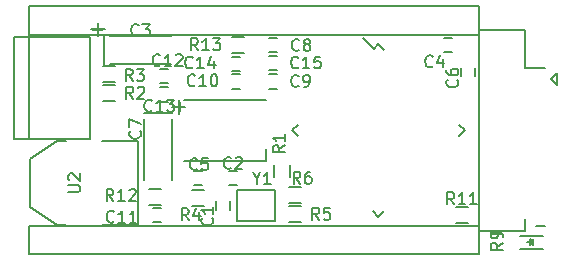
<source format=gbr>
G04 #@! TF.FileFunction,Legend,Top*
%FSLAX46Y46*%
G04 Gerber Fmt 4.6, Leading zero omitted, Abs format (unit mm)*
G04 Created by KiCad (PCBNEW 4.0.4+dfsg1-stable) date Sat Jan 21 21:23:35 2017*
%MOMM*%
%LPD*%
G01*
G04 APERTURE LIST*
%ADD10C,0.100000*%
%ADD11C,0.150000*%
G04 APERTURE END LIST*
D10*
D11*
X92969048Y-68571429D02*
X93730953Y-68571429D01*
X89100000Y-69275000D02*
X90100000Y-69275000D01*
X90100000Y-70625000D02*
X89100000Y-70625000D01*
X93500000Y-69400000D02*
X91600000Y-69400000D01*
X93500000Y-70500000D02*
X91600000Y-70500000D01*
X92600000Y-69950000D02*
X92150000Y-69950000D01*
X92650000Y-70200000D02*
X92650000Y-69700000D01*
X92650000Y-69950000D02*
X92400000Y-70200000D01*
X92400000Y-70200000D02*
X92400000Y-69700000D01*
X92400000Y-69700000D02*
X92650000Y-69950000D01*
X71000000Y-55400000D02*
X70300000Y-55400000D01*
X70300000Y-54200000D02*
X71000000Y-54200000D01*
X65850000Y-67200000D02*
X65850000Y-66500000D01*
X67050000Y-66500000D02*
X67050000Y-67200000D01*
X67650000Y-65100000D02*
X66950000Y-65100000D01*
X66950000Y-63900000D02*
X67650000Y-63900000D01*
X56849040Y-54898880D02*
X62050960Y-54898880D01*
X62050960Y-52501120D02*
X56849040Y-52501120D01*
X55850820Y-51401300D02*
X55850820Y-52501120D01*
X55251380Y-51901680D02*
X56450260Y-51901680D01*
X56353740Y-52501120D02*
X56353740Y-54898880D01*
X85850000Y-53900000D02*
X85150000Y-53900000D01*
X85150000Y-52700000D02*
X85850000Y-52700000D01*
X64650000Y-65100000D02*
X63950000Y-65100000D01*
X63950000Y-63900000D02*
X64650000Y-63900000D01*
X87750000Y-55200000D02*
X87750000Y-55900000D01*
X86550000Y-55900000D02*
X86550000Y-55200000D01*
X59751120Y-59499040D02*
X59751120Y-64700960D01*
X62148880Y-64700960D02*
X62148880Y-59499040D01*
X63248700Y-58500820D02*
X62148880Y-58500820D01*
X62748320Y-57901380D02*
X62748320Y-59100260D01*
X62148880Y-59003740D02*
X59751120Y-59003740D01*
X70300000Y-52700000D02*
X71000000Y-52700000D01*
X71000000Y-53900000D02*
X70300000Y-53900000D01*
X71000000Y-56950000D02*
X70300000Y-56950000D01*
X70300000Y-55750000D02*
X71000000Y-55750000D01*
X67200000Y-55750000D02*
X67900000Y-55750000D01*
X67900000Y-56950000D02*
X67200000Y-56950000D01*
X61200000Y-68250000D02*
X60500000Y-68250000D01*
X60500000Y-67050000D02*
X61200000Y-67050000D01*
X61100000Y-55300000D02*
X61800000Y-55300000D01*
X61800000Y-56500000D02*
X61100000Y-56500000D01*
X61800000Y-58050000D02*
X61100000Y-58050000D01*
X61100000Y-56850000D02*
X61800000Y-56850000D01*
X67900000Y-55450000D02*
X67200000Y-55450000D01*
X67200000Y-54250000D02*
X67900000Y-54250000D01*
X48782540Y-52549100D02*
X48782540Y-61249100D01*
X55187540Y-52549100D02*
X55187540Y-61249100D01*
X55187540Y-61249100D02*
X48782540Y-61249100D01*
X50012540Y-61249100D02*
X50012540Y-52549100D01*
X48782540Y-52549100D02*
X55187540Y-52549100D01*
X63100000Y-57900000D02*
X70100000Y-57900000D01*
X63100000Y-63100000D02*
X70100000Y-63100000D01*
X70100000Y-63100000D02*
X70100000Y-62100000D01*
X93700000Y-55225000D02*
X92000000Y-55225000D01*
X92000000Y-55225000D02*
X92000000Y-52025000D01*
X92000000Y-52025000D02*
X88100000Y-52025000D01*
X88100000Y-52025000D02*
X88100000Y-68975000D01*
X88100000Y-68975000D02*
X92000000Y-68975000D01*
X92000000Y-68975000D02*
X92000000Y-67975000D01*
X94200000Y-56125000D02*
X94700000Y-55625000D01*
X94700000Y-55625000D02*
X94700000Y-56625000D01*
X94700000Y-56625000D02*
X94200000Y-56125000D01*
X88100000Y-52400000D02*
X88100000Y-50000000D01*
X88100000Y-52400000D02*
X65300000Y-52400000D01*
X65300000Y-50000000D02*
X88100000Y-50000000D01*
X50000000Y-50000000D02*
X50000000Y-51300000D01*
X65300000Y-52400000D02*
X54300000Y-52400000D01*
X50000000Y-51200000D02*
X50000000Y-52400000D01*
X50000000Y-52400000D02*
X54500000Y-52400000D01*
X65300000Y-50000000D02*
X50000000Y-50000000D01*
X50000000Y-68550000D02*
X50000000Y-70950000D01*
X50000000Y-68550000D02*
X72800000Y-68550000D01*
X72800000Y-70950000D02*
X50000000Y-70950000D01*
X88100000Y-70950000D02*
X88100000Y-69650000D01*
X72800000Y-68550000D02*
X83800000Y-68550000D01*
X88100000Y-69750000D02*
X88100000Y-68550000D01*
X88100000Y-68550000D02*
X83600000Y-68550000D01*
X72800000Y-70950000D02*
X88100000Y-70950000D01*
X70725000Y-64400000D02*
X70725000Y-63400000D01*
X72075000Y-63400000D02*
X72075000Y-64400000D01*
X56300000Y-56675000D02*
X57300000Y-56675000D01*
X57300000Y-58025000D02*
X56300000Y-58025000D01*
X56300000Y-55075000D02*
X57300000Y-55075000D01*
X57300000Y-56425000D02*
X56300000Y-56425000D01*
X63800000Y-65525000D02*
X64800000Y-65525000D01*
X64800000Y-66875000D02*
X63800000Y-66875000D01*
X73050000Y-68275000D02*
X72050000Y-68275000D01*
X72050000Y-66925000D02*
X73050000Y-66925000D01*
X73050000Y-66675000D02*
X72050000Y-66675000D01*
X72050000Y-65325000D02*
X73050000Y-65325000D01*
X87200000Y-68325000D02*
X86200000Y-68325000D01*
X86200000Y-66975000D02*
X87200000Y-66975000D01*
X60200000Y-65425000D02*
X61200000Y-65425000D01*
X61200000Y-66775000D02*
X60200000Y-66775000D01*
X68200000Y-53975000D02*
X67200000Y-53975000D01*
X67200000Y-52625000D02*
X68200000Y-52625000D01*
X79600000Y-53181445D02*
X79193414Y-53588031D01*
X86918555Y-60500000D02*
X86441258Y-60977297D01*
X79600000Y-67818555D02*
X80077297Y-67341258D01*
X72281445Y-60500000D02*
X72758742Y-60022703D01*
X79600000Y-53181445D02*
X80077297Y-53658742D01*
X72281445Y-60500000D02*
X72758742Y-60977297D01*
X79600000Y-67818555D02*
X79122703Y-67341258D01*
X86918555Y-60500000D02*
X86441258Y-60022703D01*
X79193414Y-53588031D02*
X78291852Y-52686470D01*
X56174000Y-68506000D02*
X59222000Y-68506000D01*
X59222000Y-68506000D02*
X59222000Y-61394000D01*
X59222000Y-61394000D02*
X56174000Y-61394000D01*
X53126000Y-68506000D02*
X52364000Y-68506000D01*
X52364000Y-68506000D02*
X50078000Y-66982000D01*
X50078000Y-66982000D02*
X50078000Y-62918000D01*
X50078000Y-62918000D02*
X52364000Y-61394000D01*
X52364000Y-61394000D02*
X53126000Y-61394000D01*
X67600000Y-65550000D02*
X70800000Y-65550000D01*
X70800000Y-65550000D02*
X70800000Y-68150000D01*
X70800000Y-68150000D02*
X67600000Y-68150000D01*
X67600000Y-68150000D02*
X67600000Y-65550000D01*
X90102381Y-70016666D02*
X89626190Y-70350000D01*
X90102381Y-70588095D02*
X89102381Y-70588095D01*
X89102381Y-70207142D01*
X89150000Y-70111904D01*
X89197619Y-70064285D01*
X89292857Y-70016666D01*
X89435714Y-70016666D01*
X89530952Y-70064285D01*
X89578571Y-70111904D01*
X89626190Y-70207142D01*
X89626190Y-70588095D01*
X90102381Y-69540476D02*
X90102381Y-69350000D01*
X90054762Y-69254761D01*
X90007143Y-69207142D01*
X89864286Y-69111904D01*
X89673810Y-69064285D01*
X89292857Y-69064285D01*
X89197619Y-69111904D01*
X89150000Y-69159523D01*
X89102381Y-69254761D01*
X89102381Y-69445238D01*
X89150000Y-69540476D01*
X89197619Y-69588095D01*
X89292857Y-69635714D01*
X89530952Y-69635714D01*
X89626190Y-69588095D01*
X89673810Y-69540476D01*
X89721429Y-69445238D01*
X89721429Y-69254761D01*
X89673810Y-69159523D01*
X89626190Y-69111904D01*
X89530952Y-69064285D01*
X72807143Y-55157143D02*
X72759524Y-55204762D01*
X72616667Y-55252381D01*
X72521429Y-55252381D01*
X72378571Y-55204762D01*
X72283333Y-55109524D01*
X72235714Y-55014286D01*
X72188095Y-54823810D01*
X72188095Y-54680952D01*
X72235714Y-54490476D01*
X72283333Y-54395238D01*
X72378571Y-54300000D01*
X72521429Y-54252381D01*
X72616667Y-54252381D01*
X72759524Y-54300000D01*
X72807143Y-54347619D01*
X73759524Y-55252381D02*
X73188095Y-55252381D01*
X73473809Y-55252381D02*
X73473809Y-54252381D01*
X73378571Y-54395238D01*
X73283333Y-54490476D01*
X73188095Y-54538095D01*
X74664286Y-54252381D02*
X74188095Y-54252381D01*
X74140476Y-54728571D01*
X74188095Y-54680952D01*
X74283333Y-54633333D01*
X74521429Y-54633333D01*
X74616667Y-54680952D01*
X74664286Y-54728571D01*
X74711905Y-54823810D01*
X74711905Y-55061905D01*
X74664286Y-55157143D01*
X74616667Y-55204762D01*
X74521429Y-55252381D01*
X74283333Y-55252381D01*
X74188095Y-55204762D01*
X74140476Y-55157143D01*
X65507143Y-67916666D02*
X65554762Y-67964285D01*
X65602381Y-68107142D01*
X65602381Y-68202380D01*
X65554762Y-68345238D01*
X65459524Y-68440476D01*
X65364286Y-68488095D01*
X65173810Y-68535714D01*
X65030952Y-68535714D01*
X64840476Y-68488095D01*
X64745238Y-68440476D01*
X64650000Y-68345238D01*
X64602381Y-68202380D01*
X64602381Y-68107142D01*
X64650000Y-67964285D01*
X64697619Y-67916666D01*
X65602381Y-66964285D02*
X65602381Y-67535714D01*
X65602381Y-67250000D02*
X64602381Y-67250000D01*
X64745238Y-67345238D01*
X64840476Y-67440476D01*
X64888095Y-67535714D01*
X67133334Y-63657143D02*
X67085715Y-63704762D01*
X66942858Y-63752381D01*
X66847620Y-63752381D01*
X66704762Y-63704762D01*
X66609524Y-63609524D01*
X66561905Y-63514286D01*
X66514286Y-63323810D01*
X66514286Y-63180952D01*
X66561905Y-62990476D01*
X66609524Y-62895238D01*
X66704762Y-62800000D01*
X66847620Y-62752381D01*
X66942858Y-62752381D01*
X67085715Y-62800000D01*
X67133334Y-62847619D01*
X67514286Y-62847619D02*
X67561905Y-62800000D01*
X67657143Y-62752381D01*
X67895239Y-62752381D01*
X67990477Y-62800000D01*
X68038096Y-62847619D01*
X68085715Y-62942857D01*
X68085715Y-63038095D01*
X68038096Y-63180952D01*
X67466667Y-63752381D01*
X68085715Y-63752381D01*
X59283334Y-52407143D02*
X59235715Y-52454762D01*
X59092858Y-52502381D01*
X58997620Y-52502381D01*
X58854762Y-52454762D01*
X58759524Y-52359524D01*
X58711905Y-52264286D01*
X58664286Y-52073810D01*
X58664286Y-51930952D01*
X58711905Y-51740476D01*
X58759524Y-51645238D01*
X58854762Y-51550000D01*
X58997620Y-51502381D01*
X59092858Y-51502381D01*
X59235715Y-51550000D01*
X59283334Y-51597619D01*
X59616667Y-51502381D02*
X60235715Y-51502381D01*
X59902381Y-51883333D01*
X60045239Y-51883333D01*
X60140477Y-51930952D01*
X60188096Y-51978571D01*
X60235715Y-52073810D01*
X60235715Y-52311905D01*
X60188096Y-52407143D01*
X60140477Y-52454762D01*
X60045239Y-52502381D01*
X59759524Y-52502381D01*
X59664286Y-52454762D01*
X59616667Y-52407143D01*
X55469048Y-51971429D02*
X56230953Y-51971429D01*
X55850001Y-52352381D02*
X55850001Y-51590476D01*
X84183334Y-55057143D02*
X84135715Y-55104762D01*
X83992858Y-55152381D01*
X83897620Y-55152381D01*
X83754762Y-55104762D01*
X83659524Y-55009524D01*
X83611905Y-54914286D01*
X83564286Y-54723810D01*
X83564286Y-54580952D01*
X83611905Y-54390476D01*
X83659524Y-54295238D01*
X83754762Y-54200000D01*
X83897620Y-54152381D01*
X83992858Y-54152381D01*
X84135715Y-54200000D01*
X84183334Y-54247619D01*
X85040477Y-54485714D02*
X85040477Y-55152381D01*
X84802381Y-54104762D02*
X84564286Y-54819048D01*
X85183334Y-54819048D01*
X64233334Y-63757143D02*
X64185715Y-63804762D01*
X64042858Y-63852381D01*
X63947620Y-63852381D01*
X63804762Y-63804762D01*
X63709524Y-63709524D01*
X63661905Y-63614286D01*
X63614286Y-63423810D01*
X63614286Y-63280952D01*
X63661905Y-63090476D01*
X63709524Y-62995238D01*
X63804762Y-62900000D01*
X63947620Y-62852381D01*
X64042858Y-62852381D01*
X64185715Y-62900000D01*
X64233334Y-62947619D01*
X65138096Y-62852381D02*
X64661905Y-62852381D01*
X64614286Y-63328571D01*
X64661905Y-63280952D01*
X64757143Y-63233333D01*
X64995239Y-63233333D01*
X65090477Y-63280952D01*
X65138096Y-63328571D01*
X65185715Y-63423810D01*
X65185715Y-63661905D01*
X65138096Y-63757143D01*
X65090477Y-63804762D01*
X64995239Y-63852381D01*
X64757143Y-63852381D01*
X64661905Y-63804762D01*
X64614286Y-63757143D01*
X86257143Y-56216666D02*
X86304762Y-56264285D01*
X86352381Y-56407142D01*
X86352381Y-56502380D01*
X86304762Y-56645238D01*
X86209524Y-56740476D01*
X86114286Y-56788095D01*
X85923810Y-56835714D01*
X85780952Y-56835714D01*
X85590476Y-56788095D01*
X85495238Y-56740476D01*
X85400000Y-56645238D01*
X85352381Y-56502380D01*
X85352381Y-56407142D01*
X85400000Y-56264285D01*
X85447619Y-56216666D01*
X85352381Y-55359523D02*
X85352381Y-55550000D01*
X85400000Y-55645238D01*
X85447619Y-55692857D01*
X85590476Y-55788095D01*
X85780952Y-55835714D01*
X86161905Y-55835714D01*
X86257143Y-55788095D01*
X86304762Y-55740476D01*
X86352381Y-55645238D01*
X86352381Y-55454761D01*
X86304762Y-55359523D01*
X86257143Y-55311904D01*
X86161905Y-55264285D01*
X85923810Y-55264285D01*
X85828571Y-55311904D01*
X85780952Y-55359523D01*
X85733333Y-55454761D01*
X85733333Y-55645238D01*
X85780952Y-55740476D01*
X85828571Y-55788095D01*
X85923810Y-55835714D01*
X59407143Y-60566666D02*
X59454762Y-60614285D01*
X59502381Y-60757142D01*
X59502381Y-60852380D01*
X59454762Y-60995238D01*
X59359524Y-61090476D01*
X59264286Y-61138095D01*
X59073810Y-61185714D01*
X58930952Y-61185714D01*
X58740476Y-61138095D01*
X58645238Y-61090476D01*
X58550000Y-60995238D01*
X58502381Y-60852380D01*
X58502381Y-60757142D01*
X58550000Y-60614285D01*
X58597619Y-60566666D01*
X58502381Y-60233333D02*
X58502381Y-59566666D01*
X59502381Y-59995238D01*
X62822289Y-58881772D02*
X62822289Y-58119867D01*
X63203241Y-58500819D02*
X62441336Y-58500819D01*
X72883334Y-53657143D02*
X72835715Y-53704762D01*
X72692858Y-53752381D01*
X72597620Y-53752381D01*
X72454762Y-53704762D01*
X72359524Y-53609524D01*
X72311905Y-53514286D01*
X72264286Y-53323810D01*
X72264286Y-53180952D01*
X72311905Y-52990476D01*
X72359524Y-52895238D01*
X72454762Y-52800000D01*
X72597620Y-52752381D01*
X72692858Y-52752381D01*
X72835715Y-52800000D01*
X72883334Y-52847619D01*
X73454762Y-53180952D02*
X73359524Y-53133333D01*
X73311905Y-53085714D01*
X73264286Y-52990476D01*
X73264286Y-52942857D01*
X73311905Y-52847619D01*
X73359524Y-52800000D01*
X73454762Y-52752381D01*
X73645239Y-52752381D01*
X73740477Y-52800000D01*
X73788096Y-52847619D01*
X73835715Y-52942857D01*
X73835715Y-52990476D01*
X73788096Y-53085714D01*
X73740477Y-53133333D01*
X73645239Y-53180952D01*
X73454762Y-53180952D01*
X73359524Y-53228571D01*
X73311905Y-53276190D01*
X73264286Y-53371429D01*
X73264286Y-53561905D01*
X73311905Y-53657143D01*
X73359524Y-53704762D01*
X73454762Y-53752381D01*
X73645239Y-53752381D01*
X73740477Y-53704762D01*
X73788096Y-53657143D01*
X73835715Y-53561905D01*
X73835715Y-53371429D01*
X73788096Y-53276190D01*
X73740477Y-53228571D01*
X73645239Y-53180952D01*
X72833334Y-56707143D02*
X72785715Y-56754762D01*
X72642858Y-56802381D01*
X72547620Y-56802381D01*
X72404762Y-56754762D01*
X72309524Y-56659524D01*
X72261905Y-56564286D01*
X72214286Y-56373810D01*
X72214286Y-56230952D01*
X72261905Y-56040476D01*
X72309524Y-55945238D01*
X72404762Y-55850000D01*
X72547620Y-55802381D01*
X72642858Y-55802381D01*
X72785715Y-55850000D01*
X72833334Y-55897619D01*
X73309524Y-56802381D02*
X73500000Y-56802381D01*
X73595239Y-56754762D01*
X73642858Y-56707143D01*
X73738096Y-56564286D01*
X73785715Y-56373810D01*
X73785715Y-55992857D01*
X73738096Y-55897619D01*
X73690477Y-55850000D01*
X73595239Y-55802381D01*
X73404762Y-55802381D01*
X73309524Y-55850000D01*
X73261905Y-55897619D01*
X73214286Y-55992857D01*
X73214286Y-56230952D01*
X73261905Y-56326190D01*
X73309524Y-56373810D01*
X73404762Y-56421429D01*
X73595239Y-56421429D01*
X73690477Y-56373810D01*
X73738096Y-56326190D01*
X73785715Y-56230952D01*
X64057143Y-56657143D02*
X64009524Y-56704762D01*
X63866667Y-56752381D01*
X63771429Y-56752381D01*
X63628571Y-56704762D01*
X63533333Y-56609524D01*
X63485714Y-56514286D01*
X63438095Y-56323810D01*
X63438095Y-56180952D01*
X63485714Y-55990476D01*
X63533333Y-55895238D01*
X63628571Y-55800000D01*
X63771429Y-55752381D01*
X63866667Y-55752381D01*
X64009524Y-55800000D01*
X64057143Y-55847619D01*
X65009524Y-56752381D02*
X64438095Y-56752381D01*
X64723809Y-56752381D02*
X64723809Y-55752381D01*
X64628571Y-55895238D01*
X64533333Y-55990476D01*
X64438095Y-56038095D01*
X65628571Y-55752381D02*
X65723810Y-55752381D01*
X65819048Y-55800000D01*
X65866667Y-55847619D01*
X65914286Y-55942857D01*
X65961905Y-56133333D01*
X65961905Y-56371429D01*
X65914286Y-56561905D01*
X65866667Y-56657143D01*
X65819048Y-56704762D01*
X65723810Y-56752381D01*
X65628571Y-56752381D01*
X65533333Y-56704762D01*
X65485714Y-56657143D01*
X65438095Y-56561905D01*
X65390476Y-56371429D01*
X65390476Y-56133333D01*
X65438095Y-55942857D01*
X65485714Y-55847619D01*
X65533333Y-55800000D01*
X65628571Y-55752381D01*
X57207143Y-68207143D02*
X57159524Y-68254762D01*
X57016667Y-68302381D01*
X56921429Y-68302381D01*
X56778571Y-68254762D01*
X56683333Y-68159524D01*
X56635714Y-68064286D01*
X56588095Y-67873810D01*
X56588095Y-67730952D01*
X56635714Y-67540476D01*
X56683333Y-67445238D01*
X56778571Y-67350000D01*
X56921429Y-67302381D01*
X57016667Y-67302381D01*
X57159524Y-67350000D01*
X57207143Y-67397619D01*
X58159524Y-68302381D02*
X57588095Y-68302381D01*
X57873809Y-68302381D02*
X57873809Y-67302381D01*
X57778571Y-67445238D01*
X57683333Y-67540476D01*
X57588095Y-67588095D01*
X59111905Y-68302381D02*
X58540476Y-68302381D01*
X58826190Y-68302381D02*
X58826190Y-67302381D01*
X58730952Y-67445238D01*
X58635714Y-67540476D01*
X58540476Y-67588095D01*
X61107143Y-54957143D02*
X61059524Y-55004762D01*
X60916667Y-55052381D01*
X60821429Y-55052381D01*
X60678571Y-55004762D01*
X60583333Y-54909524D01*
X60535714Y-54814286D01*
X60488095Y-54623810D01*
X60488095Y-54480952D01*
X60535714Y-54290476D01*
X60583333Y-54195238D01*
X60678571Y-54100000D01*
X60821429Y-54052381D01*
X60916667Y-54052381D01*
X61059524Y-54100000D01*
X61107143Y-54147619D01*
X62059524Y-55052381D02*
X61488095Y-55052381D01*
X61773809Y-55052381D02*
X61773809Y-54052381D01*
X61678571Y-54195238D01*
X61583333Y-54290476D01*
X61488095Y-54338095D01*
X62440476Y-54147619D02*
X62488095Y-54100000D01*
X62583333Y-54052381D01*
X62821429Y-54052381D01*
X62916667Y-54100000D01*
X62964286Y-54147619D01*
X63011905Y-54242857D01*
X63011905Y-54338095D01*
X62964286Y-54480952D01*
X62392857Y-55052381D01*
X63011905Y-55052381D01*
X60407143Y-58807143D02*
X60359524Y-58854762D01*
X60216667Y-58902381D01*
X60121429Y-58902381D01*
X59978571Y-58854762D01*
X59883333Y-58759524D01*
X59835714Y-58664286D01*
X59788095Y-58473810D01*
X59788095Y-58330952D01*
X59835714Y-58140476D01*
X59883333Y-58045238D01*
X59978571Y-57950000D01*
X60121429Y-57902381D01*
X60216667Y-57902381D01*
X60359524Y-57950000D01*
X60407143Y-57997619D01*
X61359524Y-58902381D02*
X60788095Y-58902381D01*
X61073809Y-58902381D02*
X61073809Y-57902381D01*
X60978571Y-58045238D01*
X60883333Y-58140476D01*
X60788095Y-58188095D01*
X61692857Y-57902381D02*
X62311905Y-57902381D01*
X61978571Y-58283333D01*
X62121429Y-58283333D01*
X62216667Y-58330952D01*
X62264286Y-58378571D01*
X62311905Y-58473810D01*
X62311905Y-58711905D01*
X62264286Y-58807143D01*
X62216667Y-58854762D01*
X62121429Y-58902381D01*
X61835714Y-58902381D01*
X61740476Y-58854762D01*
X61692857Y-58807143D01*
X63857143Y-55157143D02*
X63809524Y-55204762D01*
X63666667Y-55252381D01*
X63571429Y-55252381D01*
X63428571Y-55204762D01*
X63333333Y-55109524D01*
X63285714Y-55014286D01*
X63238095Y-54823810D01*
X63238095Y-54680952D01*
X63285714Y-54490476D01*
X63333333Y-54395238D01*
X63428571Y-54300000D01*
X63571429Y-54252381D01*
X63666667Y-54252381D01*
X63809524Y-54300000D01*
X63857143Y-54347619D01*
X64809524Y-55252381D02*
X64238095Y-55252381D01*
X64523809Y-55252381D02*
X64523809Y-54252381D01*
X64428571Y-54395238D01*
X64333333Y-54490476D01*
X64238095Y-54538095D01*
X65666667Y-54585714D02*
X65666667Y-55252381D01*
X65428571Y-54204762D02*
X65190476Y-54919048D01*
X65809524Y-54919048D01*
X71652381Y-61766666D02*
X71176190Y-62100000D01*
X71652381Y-62338095D02*
X70652381Y-62338095D01*
X70652381Y-61957142D01*
X70700000Y-61861904D01*
X70747619Y-61814285D01*
X70842857Y-61766666D01*
X70985714Y-61766666D01*
X71080952Y-61814285D01*
X71128571Y-61861904D01*
X71176190Y-61957142D01*
X71176190Y-62338095D01*
X71652381Y-60814285D02*
X71652381Y-61385714D01*
X71652381Y-61100000D02*
X70652381Y-61100000D01*
X70795238Y-61195238D01*
X70890476Y-61290476D01*
X70938095Y-61385714D01*
X58833334Y-57802381D02*
X58500000Y-57326190D01*
X58261905Y-57802381D02*
X58261905Y-56802381D01*
X58642858Y-56802381D01*
X58738096Y-56850000D01*
X58785715Y-56897619D01*
X58833334Y-56992857D01*
X58833334Y-57135714D01*
X58785715Y-57230952D01*
X58738096Y-57278571D01*
X58642858Y-57326190D01*
X58261905Y-57326190D01*
X59214286Y-56897619D02*
X59261905Y-56850000D01*
X59357143Y-56802381D01*
X59595239Y-56802381D01*
X59690477Y-56850000D01*
X59738096Y-56897619D01*
X59785715Y-56992857D01*
X59785715Y-57088095D01*
X59738096Y-57230952D01*
X59166667Y-57802381D01*
X59785715Y-57802381D01*
X58783334Y-56302381D02*
X58450000Y-55826190D01*
X58211905Y-56302381D02*
X58211905Y-55302381D01*
X58592858Y-55302381D01*
X58688096Y-55350000D01*
X58735715Y-55397619D01*
X58783334Y-55492857D01*
X58783334Y-55635714D01*
X58735715Y-55730952D01*
X58688096Y-55778571D01*
X58592858Y-55826190D01*
X58211905Y-55826190D01*
X59116667Y-55302381D02*
X59735715Y-55302381D01*
X59402381Y-55683333D01*
X59545239Y-55683333D01*
X59640477Y-55730952D01*
X59688096Y-55778571D01*
X59735715Y-55873810D01*
X59735715Y-56111905D01*
X59688096Y-56207143D01*
X59640477Y-56254762D01*
X59545239Y-56302381D01*
X59259524Y-56302381D01*
X59164286Y-56254762D01*
X59116667Y-56207143D01*
X63533334Y-68102381D02*
X63200000Y-67626190D01*
X62961905Y-68102381D02*
X62961905Y-67102381D01*
X63342858Y-67102381D01*
X63438096Y-67150000D01*
X63485715Y-67197619D01*
X63533334Y-67292857D01*
X63533334Y-67435714D01*
X63485715Y-67530952D01*
X63438096Y-67578571D01*
X63342858Y-67626190D01*
X62961905Y-67626190D01*
X64390477Y-67435714D02*
X64390477Y-68102381D01*
X64152381Y-67054762D02*
X63914286Y-67769048D01*
X64533334Y-67769048D01*
X74583334Y-68052381D02*
X74250000Y-67576190D01*
X74011905Y-68052381D02*
X74011905Y-67052381D01*
X74392858Y-67052381D01*
X74488096Y-67100000D01*
X74535715Y-67147619D01*
X74583334Y-67242857D01*
X74583334Y-67385714D01*
X74535715Y-67480952D01*
X74488096Y-67528571D01*
X74392858Y-67576190D01*
X74011905Y-67576190D01*
X75488096Y-67052381D02*
X75011905Y-67052381D01*
X74964286Y-67528571D01*
X75011905Y-67480952D01*
X75107143Y-67433333D01*
X75345239Y-67433333D01*
X75440477Y-67480952D01*
X75488096Y-67528571D01*
X75535715Y-67623810D01*
X75535715Y-67861905D01*
X75488096Y-67957143D01*
X75440477Y-68004762D01*
X75345239Y-68052381D01*
X75107143Y-68052381D01*
X75011905Y-68004762D01*
X74964286Y-67957143D01*
X72983334Y-65002381D02*
X72650000Y-64526190D01*
X72411905Y-65002381D02*
X72411905Y-64002381D01*
X72792858Y-64002381D01*
X72888096Y-64050000D01*
X72935715Y-64097619D01*
X72983334Y-64192857D01*
X72983334Y-64335714D01*
X72935715Y-64430952D01*
X72888096Y-64478571D01*
X72792858Y-64526190D01*
X72411905Y-64526190D01*
X73840477Y-64002381D02*
X73650000Y-64002381D01*
X73554762Y-64050000D01*
X73507143Y-64097619D01*
X73411905Y-64240476D01*
X73364286Y-64430952D01*
X73364286Y-64811905D01*
X73411905Y-64907143D01*
X73459524Y-64954762D01*
X73554762Y-65002381D01*
X73745239Y-65002381D01*
X73840477Y-64954762D01*
X73888096Y-64907143D01*
X73935715Y-64811905D01*
X73935715Y-64573810D01*
X73888096Y-64478571D01*
X73840477Y-64430952D01*
X73745239Y-64383333D01*
X73554762Y-64383333D01*
X73459524Y-64430952D01*
X73411905Y-64478571D01*
X73364286Y-64573810D01*
X86007143Y-66752381D02*
X85673809Y-66276190D01*
X85435714Y-66752381D02*
X85435714Y-65752381D01*
X85816667Y-65752381D01*
X85911905Y-65800000D01*
X85959524Y-65847619D01*
X86007143Y-65942857D01*
X86007143Y-66085714D01*
X85959524Y-66180952D01*
X85911905Y-66228571D01*
X85816667Y-66276190D01*
X85435714Y-66276190D01*
X86959524Y-66752381D02*
X86388095Y-66752381D01*
X86673809Y-66752381D02*
X86673809Y-65752381D01*
X86578571Y-65895238D01*
X86483333Y-65990476D01*
X86388095Y-66038095D01*
X87911905Y-66752381D02*
X87340476Y-66752381D01*
X87626190Y-66752381D02*
X87626190Y-65752381D01*
X87530952Y-65895238D01*
X87435714Y-65990476D01*
X87340476Y-66038095D01*
X57157143Y-66452381D02*
X56823809Y-65976190D01*
X56585714Y-66452381D02*
X56585714Y-65452381D01*
X56966667Y-65452381D01*
X57061905Y-65500000D01*
X57109524Y-65547619D01*
X57157143Y-65642857D01*
X57157143Y-65785714D01*
X57109524Y-65880952D01*
X57061905Y-65928571D01*
X56966667Y-65976190D01*
X56585714Y-65976190D01*
X58109524Y-66452381D02*
X57538095Y-66452381D01*
X57823809Y-66452381D02*
X57823809Y-65452381D01*
X57728571Y-65595238D01*
X57633333Y-65690476D01*
X57538095Y-65738095D01*
X58490476Y-65547619D02*
X58538095Y-65500000D01*
X58633333Y-65452381D01*
X58871429Y-65452381D01*
X58966667Y-65500000D01*
X59014286Y-65547619D01*
X59061905Y-65642857D01*
X59061905Y-65738095D01*
X59014286Y-65880952D01*
X58442857Y-66452381D01*
X59061905Y-66452381D01*
X64307143Y-53702381D02*
X63973809Y-53226190D01*
X63735714Y-53702381D02*
X63735714Y-52702381D01*
X64116667Y-52702381D01*
X64211905Y-52750000D01*
X64259524Y-52797619D01*
X64307143Y-52892857D01*
X64307143Y-53035714D01*
X64259524Y-53130952D01*
X64211905Y-53178571D01*
X64116667Y-53226190D01*
X63735714Y-53226190D01*
X65259524Y-53702381D02*
X64688095Y-53702381D01*
X64973809Y-53702381D02*
X64973809Y-52702381D01*
X64878571Y-52845238D01*
X64783333Y-52940476D01*
X64688095Y-52988095D01*
X65592857Y-52702381D02*
X66211905Y-52702381D01*
X65878571Y-53083333D01*
X66021429Y-53083333D01*
X66116667Y-53130952D01*
X66164286Y-53178571D01*
X66211905Y-53273810D01*
X66211905Y-53511905D01*
X66164286Y-53607143D01*
X66116667Y-53654762D01*
X66021429Y-53702381D01*
X65735714Y-53702381D01*
X65640476Y-53654762D01*
X65592857Y-53607143D01*
X53340381Y-65711905D02*
X54149905Y-65711905D01*
X54245143Y-65664286D01*
X54292762Y-65616667D01*
X54340381Y-65521429D01*
X54340381Y-65330952D01*
X54292762Y-65235714D01*
X54245143Y-65188095D01*
X54149905Y-65140476D01*
X53340381Y-65140476D01*
X53435619Y-64711905D02*
X53388000Y-64664286D01*
X53340381Y-64569048D01*
X53340381Y-64330952D01*
X53388000Y-64235714D01*
X53435619Y-64188095D01*
X53530857Y-64140476D01*
X53626095Y-64140476D01*
X53768952Y-64188095D01*
X54340381Y-64759524D01*
X54340381Y-64140476D01*
X69273809Y-64576190D02*
X69273809Y-65052381D01*
X68940476Y-64052381D02*
X69273809Y-64576190D01*
X69607143Y-64052381D01*
X70464286Y-65052381D02*
X69892857Y-65052381D01*
X70178571Y-65052381D02*
X70178571Y-64052381D01*
X70083333Y-64195238D01*
X69988095Y-64290476D01*
X69892857Y-64338095D01*
M02*

</source>
